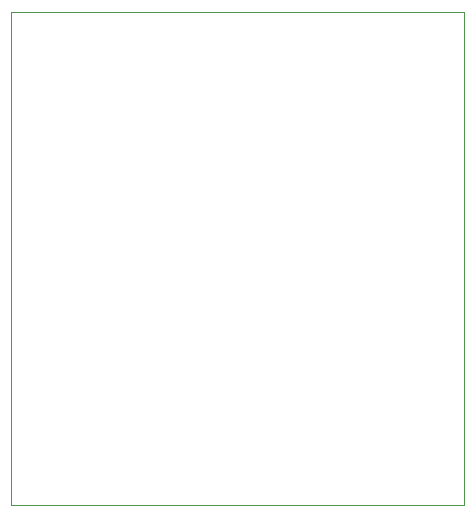
<source format=gbr>
G04*
G04 #@! TF.GenerationSoftware,Altium Limited,Altium Designer,22.4.2 (48)*
G04*
G04 Layer_Color=0*
%FSLAX25Y25*%
%MOIN*%
G70*
G04*
G04 #@! TF.SameCoordinates,58CDF047-041F-4824-80A0-4C5186096447*
G04*
G04*
G04 #@! TF.FilePolarity,Positive*
G04*
G01*
G75*
%ADD39C,0.00100*%
D39*
X99000Y340000D02*
X250000D01*
Y504500D01*
X99000D01*
Y340000D01*
M02*

</source>
